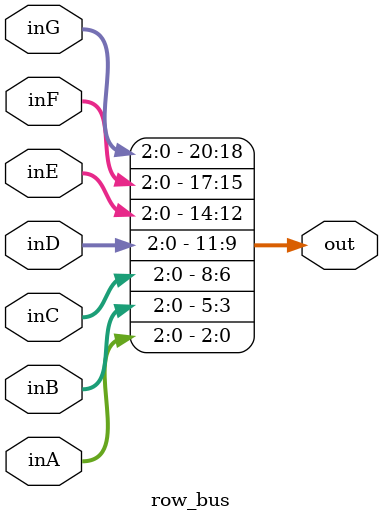
<source format=v>
module row_bus(inA ,inB ,inC ,inD ,inE ,inF ,inG,out); 
	input [2:0]inA;
	input [2:0]inB;
	input [2:0]inC;
	input [2:0]inD;
	input [2:0]inE;
	input [2:0]inF;
	input [2:0]inG;//
	
	
	output reg [20:0]out;
	
	always @(*)begin
		out[2:0]=inA;
		out[5:3]=inB;
		out[8:6]=inC;
		out[11:9]=inD;
		out[14:12]=inE;
		out[17:15]=inF;
		out[20:18]=inG;
	end
endmodule
//14 blocks 5bits each
</source>
